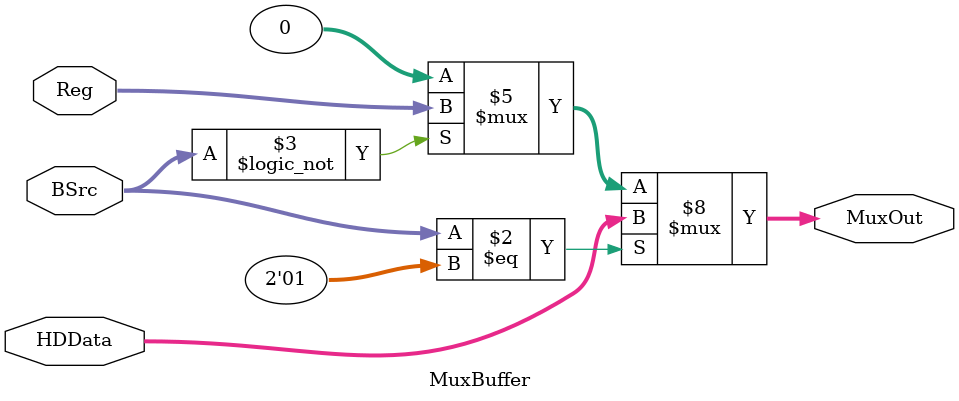
<source format=v>
module MuxBuffer (Reg, HDData, BSrc, MuxOut);

	input [31:0] Reg, HDData;
	output reg [31:0] MuxOut;
	input [1:0] BSrc;
	
	always @ (*)
		begin
			if ( BSrc == 2'b01 )
				MuxOut <= HDData;
			else if ( BSrc == 2'b00 )
				MuxOut <= Reg;
			else
				MuxOut <= 0;
		end
	
endmodule 
</source>
